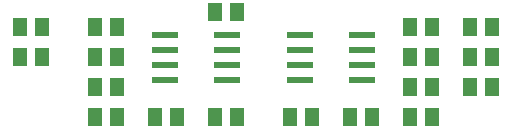
<source format=gbr>
G04 EAGLE Gerber RS-274X export*
G75*
%MOMM*%
%FSLAX34Y34*%
%LPD*%
%INSolderpaste Bottom*%
%IPPOS*%
%AMOC8*
5,1,8,0,0,1.08239X$1,22.5*%
G01*
%ADD10R,1.300000X1.500000*%
%ADD11R,2.200000X0.600000*%


D10*
X174600Y279400D03*
X155600Y279400D03*
X111100Y279400D03*
X92100Y279400D03*
X422300Y254000D03*
X441300Y254000D03*
X473100Y279400D03*
X492100Y279400D03*
D11*
X267300Y260350D03*
X215300Y260350D03*
X267300Y273050D03*
X267300Y247650D03*
X267300Y234950D03*
X215300Y273050D03*
X215300Y247650D03*
X215300Y234950D03*
X381600Y260350D03*
X329600Y260350D03*
X381600Y273050D03*
X381600Y247650D03*
X381600Y234950D03*
X329600Y273050D03*
X329600Y247650D03*
X329600Y234950D03*
D10*
X225400Y203200D03*
X206400Y203200D03*
X276200Y203200D03*
X257200Y203200D03*
X257200Y292100D03*
X276200Y292100D03*
X174600Y254000D03*
X155600Y254000D03*
X174600Y228600D03*
X155600Y228600D03*
X155600Y203200D03*
X174600Y203200D03*
X111100Y254000D03*
X92100Y254000D03*
X441300Y203200D03*
X422300Y203200D03*
X492100Y228600D03*
X473100Y228600D03*
X441300Y228600D03*
X422300Y228600D03*
X390500Y203200D03*
X371500Y203200D03*
X320700Y203200D03*
X339700Y203200D03*
X441300Y279400D03*
X422300Y279400D03*
X473100Y254000D03*
X492100Y254000D03*
M02*

</source>
